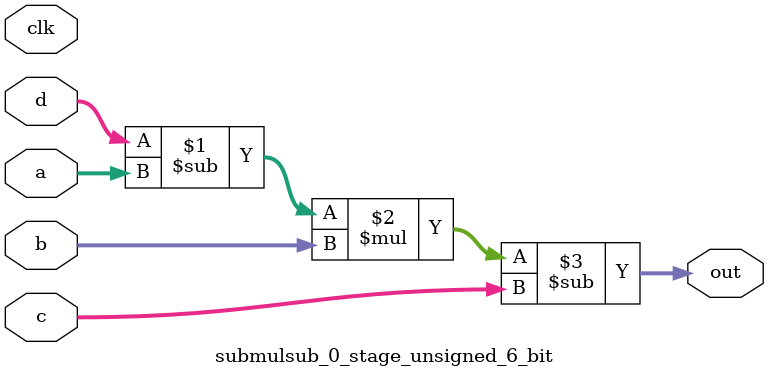
<source format=sv>
(* use_dsp = "yes" *) module submulsub_0_stage_unsigned_6_bit(
	input  [5:0] a,
	input  [5:0] b,
	input  [5:0] c,
	input  [5:0] d,
	output [5:0] out,
	input clk);

	assign out = ((d - a) * b) - c;
endmodule

</source>
